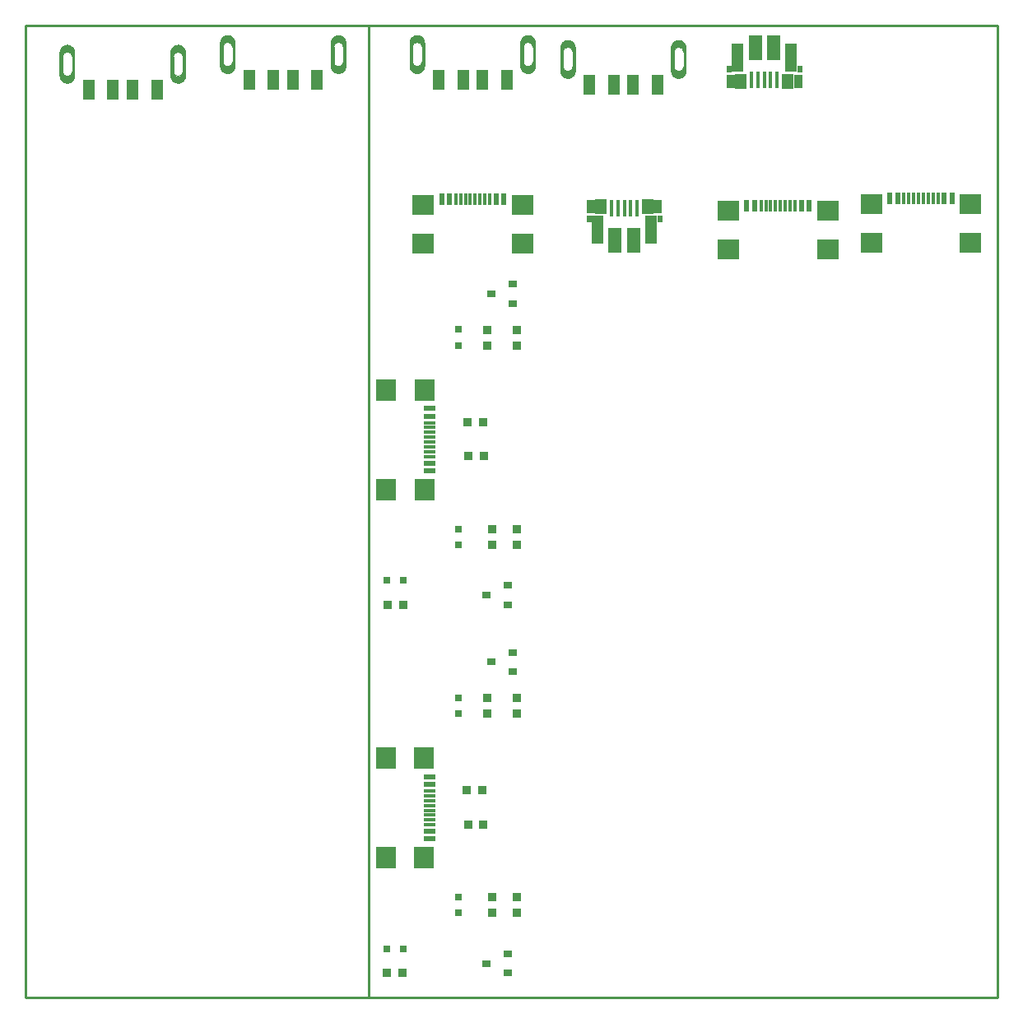
<source format=gtp>
G04*
G04 #@! TF.GenerationSoftware,Altium Limited,CircuitStudio,1.5.2 (1.5.2.30)*
G04*
G04 Layer_Color=7318015*
%FSLAX25Y25*%
%MOIN*%
G70*
G01*
G75*
%ADD10R,0.04724X0.07874*%
%ADD12R,0.02362X0.04528*%
%ADD13R,0.01181X0.04528*%
%ADD14R,0.08583X0.07874*%
%ADD15R,0.03543X0.05512*%
%ADD16R,0.01575X0.06890*%
%ADD17R,0.05512X0.09843*%
%ADD18R,0.03543X0.03543*%
%ADD19R,0.03150X0.03150*%
%ADD20R,0.03543X0.03543*%
%ADD21R,0.03150X0.03150*%
%ADD22R,0.03543X0.03150*%
%ADD23R,0.04528X0.02362*%
%ADD24R,0.04528X0.01181*%
%ADD25R,0.07874X0.08583*%
%ADD27C,0.01000*%
%ADD32C,0.00000*%
%ADD54R,0.05118X0.11614*%
%ADD55R,0.04724X0.06299*%
%ADD56R,0.01969X0.02756*%
%ADD57R,0.01969X0.02756*%
G36*
X182055Y489759D02*
X182219Y489747D01*
X182383Y489725D01*
X182545Y489695D01*
X182705Y489656D01*
X182863Y489610D01*
X183019Y489555D01*
X183171Y489492D01*
X183320Y489421D01*
X183465Y489342D01*
X183605Y489256D01*
X183741Y489162D01*
X183872Y489062D01*
X183997Y488955D01*
X184117Y488841D01*
X184230Y488722D01*
X184337Y488596D01*
X184438Y488465D01*
X184531Y488330D01*
X184617Y488189D01*
X184696Y488044D01*
X184767Y487895D01*
X184830Y487743D01*
X184885Y487587D01*
X184932Y487429D01*
X184970Y487269D01*
X185001Y487107D01*
X185022Y486943D01*
X185035Y486779D01*
X185039Y486614D01*
Y481890D01*
Y477165D01*
X185035Y477001D01*
X185022Y476836D01*
X185001Y476673D01*
X184970Y476510D01*
X184932Y476350D01*
X184885Y476192D01*
X184830Y476037D01*
X184767Y475884D01*
X184696Y475736D01*
X184617Y475591D01*
X184531Y475450D01*
X184438Y475314D01*
X184337Y475183D01*
X184230Y475058D01*
X184117Y474938D01*
X183997Y474825D01*
X183872Y474718D01*
X183741Y474617D01*
X183605Y474524D01*
X183465Y474438D01*
X183320Y474359D01*
X183171Y474288D01*
X183019Y474225D01*
X182863Y474170D01*
X182705Y474123D01*
X182545Y474085D01*
X182383Y474054D01*
X182219Y474033D01*
X182055Y474020D01*
X181890Y474016D01*
X181725Y474020D01*
X181561Y474033D01*
X181397Y474054D01*
X181235Y474085D01*
X181075Y474123D01*
X180917Y474170D01*
X180761Y474225D01*
X180609Y474288D01*
X180460Y474359D01*
X180315Y474438D01*
X180174Y474524D01*
X180038Y474617D01*
X179908Y474718D01*
X179782Y474825D01*
X179663Y474938D01*
X179549Y475058D01*
X179442Y475183D01*
X179342Y475314D01*
X179248Y475450D01*
X179162Y475591D01*
X179083Y475736D01*
X179013Y475884D01*
X178949Y476037D01*
X178894Y476192D01*
X178848Y476350D01*
X178809Y476510D01*
X178779Y476673D01*
X178757Y476836D01*
X178744Y477001D01*
X178740Y477165D01*
Y481890D01*
Y486614D01*
X178744Y486779D01*
X178757Y486943D01*
X178779Y487107D01*
X178809Y487269D01*
X178848Y487429D01*
X178894Y487587D01*
X178949Y487743D01*
X179013Y487895D01*
X179083Y488044D01*
X179162Y488189D01*
X179248Y488330D01*
X179342Y488465D01*
X179442Y488596D01*
X179549Y488722D01*
X179663Y488841D01*
X179782Y488955D01*
X179908Y489062D01*
X180038Y489162D01*
X180174Y489256D01*
X180315Y489342D01*
X180460Y489421D01*
X180609Y489492D01*
X180761Y489555D01*
X180917Y489610D01*
X181075Y489656D01*
X181235Y489695D01*
X181397Y489725D01*
X181561Y489747D01*
X181725Y489759D01*
X181890Y489764D01*
X182055Y489759D01*
D02*
G37*
G36*
X226937D02*
X227101Y489747D01*
X227264Y489725D01*
X227427Y489695D01*
X227587Y489656D01*
X227745Y489610D01*
X227900Y489555D01*
X228053Y489492D01*
X228202Y489421D01*
X228346Y489342D01*
X228487Y489256D01*
X228623Y489162D01*
X228754Y489062D01*
X228879Y488955D01*
X228999Y488841D01*
X229112Y488722D01*
X229219Y488596D01*
X229320Y488465D01*
X229413Y488330D01*
X229499Y488189D01*
X229578Y488044D01*
X229649Y487895D01*
X229712Y487743D01*
X229767Y487587D01*
X229814Y487429D01*
X229852Y487269D01*
X229883Y487107D01*
X229904Y486943D01*
X229917Y486779D01*
X229921Y486614D01*
Y481890D01*
Y477165D01*
X229917Y477001D01*
X229904Y476836D01*
X229883Y476673D01*
X229852Y476510D01*
X229814Y476350D01*
X229767Y476192D01*
X229712Y476037D01*
X229649Y475884D01*
X229578Y475736D01*
X229499Y475591D01*
X229413Y475450D01*
X229320Y475314D01*
X229219Y475183D01*
X229112Y475058D01*
X228999Y474938D01*
X228879Y474825D01*
X228754Y474718D01*
X228623Y474617D01*
X228487Y474524D01*
X228346Y474438D01*
X228202Y474359D01*
X228053Y474288D01*
X227900Y474225D01*
X227745Y474170D01*
X227587Y474123D01*
X227427Y474085D01*
X227264Y474054D01*
X227101Y474033D01*
X226937Y474020D01*
X226772Y474016D01*
X226607Y474020D01*
X226442Y474033D01*
X226279Y474054D01*
X226117Y474085D01*
X225957Y474123D01*
X225798Y474170D01*
X225643Y474225D01*
X225491Y474288D01*
X225342Y474359D01*
X225197Y474438D01*
X225056Y474524D01*
X224920Y474617D01*
X224790Y474718D01*
X224664Y474825D01*
X224545Y474938D01*
X224431Y475058D01*
X224324Y475183D01*
X224224Y475314D01*
X224130Y475450D01*
X224044Y475591D01*
X223965Y475736D01*
X223894Y475884D01*
X223831Y476037D01*
X223776Y476192D01*
X223729Y476350D01*
X223691Y476510D01*
X223661Y476673D01*
X223639Y476836D01*
X223626Y477001D01*
X223622Y477165D01*
Y481890D01*
Y486614D01*
X223626Y486779D01*
X223639Y486943D01*
X223661Y487107D01*
X223691Y487269D01*
X223729Y487429D01*
X223776Y487587D01*
X223831Y487743D01*
X223894Y487895D01*
X223965Y488044D01*
X224044Y488189D01*
X224130Y488330D01*
X224224Y488465D01*
X224324Y488596D01*
X224431Y488722D01*
X224545Y488841D01*
X224664Y488955D01*
X224790Y489062D01*
X224920Y489162D01*
X225056Y489256D01*
X225197Y489342D01*
X225342Y489421D01*
X225491Y489492D01*
X225643Y489555D01*
X225798Y489610D01*
X225957Y489656D01*
X226117Y489695D01*
X226279Y489725D01*
X226442Y489747D01*
X226607Y489759D01*
X226772Y489764D01*
X226937Y489759D01*
D02*
G37*
G36*
X258826D02*
X258991Y489747D01*
X259154Y489725D01*
X259316Y489695D01*
X259477Y489656D01*
X259635Y489610D01*
X259790Y489555D01*
X259943Y489492D01*
X260091Y489421D01*
X260236Y489342D01*
X260377Y489256D01*
X260513Y489162D01*
X260644Y489062D01*
X260769Y488955D01*
X260889Y488841D01*
X261002Y488722D01*
X261109Y488596D01*
X261210Y488465D01*
X261303Y488330D01*
X261389Y488189D01*
X261468Y488044D01*
X261539Y487895D01*
X261602Y487743D01*
X261657Y487587D01*
X261704Y487429D01*
X261742Y487269D01*
X261772Y487107D01*
X261794Y486943D01*
X261807Y486779D01*
X261811Y486614D01*
Y481890D01*
Y477165D01*
X261807Y477001D01*
X261794Y476836D01*
X261772Y476673D01*
X261742Y476510D01*
X261704Y476350D01*
X261657Y476192D01*
X261602Y476037D01*
X261539Y475884D01*
X261468Y475736D01*
X261389Y475591D01*
X261303Y475450D01*
X261210Y475314D01*
X261109Y475183D01*
X261002Y475058D01*
X260889Y474938D01*
X260769Y474825D01*
X260644Y474718D01*
X260513Y474617D01*
X260377Y474524D01*
X260236Y474438D01*
X260091Y474359D01*
X259943Y474288D01*
X259790Y474225D01*
X259635Y474170D01*
X259477Y474123D01*
X259316Y474085D01*
X259154Y474054D01*
X258991Y474033D01*
X258826Y474020D01*
X258661Y474016D01*
X258497Y474020D01*
X258332Y474033D01*
X258169Y474054D01*
X258007Y474085D01*
X257846Y474123D01*
X257688Y474170D01*
X257533Y474225D01*
X257380Y474288D01*
X257231Y474359D01*
X257087Y474438D01*
X256946Y474524D01*
X256810Y474617D01*
X256679Y474718D01*
X256554Y474825D01*
X256434Y474938D01*
X256321Y475058D01*
X256214Y475183D01*
X256113Y475314D01*
X256020Y475450D01*
X255934Y475591D01*
X255855Y475736D01*
X255784Y475884D01*
X255721Y476037D01*
X255666Y476192D01*
X255619Y476350D01*
X255581Y476510D01*
X255551Y476673D01*
X255529Y476836D01*
X255516Y477001D01*
X255512Y477165D01*
Y481890D01*
Y486614D01*
X255516Y486779D01*
X255529Y486943D01*
X255551Y487107D01*
X255581Y487269D01*
X255619Y487429D01*
X255666Y487587D01*
X255721Y487743D01*
X255784Y487895D01*
X255855Y488044D01*
X255934Y488189D01*
X256020Y488330D01*
X256113Y488465D01*
X256214Y488596D01*
X256321Y488722D01*
X256434Y488841D01*
X256554Y488955D01*
X256679Y489062D01*
X256810Y489162D01*
X256946Y489256D01*
X257087Y489342D01*
X257231Y489421D01*
X257380Y489492D01*
X257533Y489555D01*
X257688Y489610D01*
X257846Y489656D01*
X258007Y489695D01*
X258169Y489725D01*
X258332Y489747D01*
X258497Y489759D01*
X258661Y489764D01*
X258826Y489759D01*
D02*
G37*
G36*
X364732Y487791D02*
X364896Y487778D01*
X365060Y487756D01*
X365222Y487726D01*
X365382Y487688D01*
X365540Y487641D01*
X365696Y487586D01*
X365848Y487523D01*
X365997Y487452D01*
X366142Y487373D01*
X366282Y487287D01*
X366418Y487194D01*
X366549Y487093D01*
X366674Y486986D01*
X366794Y486873D01*
X366908Y486753D01*
X367015Y486628D01*
X367115Y486497D01*
X367208Y486361D01*
X367295Y486221D01*
X367373Y486076D01*
X367444Y485927D01*
X367507Y485774D01*
X367562Y485619D01*
X367609Y485461D01*
X367648Y485300D01*
X367678Y485138D01*
X367699Y484975D01*
X367712Y484810D01*
X367717Y484646D01*
Y479921D01*
Y475197D01*
X367712Y475032D01*
X367699Y474868D01*
X367678Y474704D01*
X367648Y474542D01*
X367609Y474382D01*
X367562Y474224D01*
X367507Y474068D01*
X367444Y473916D01*
X367373Y473767D01*
X367295Y473622D01*
X367208Y473482D01*
X367115Y473346D01*
X367015Y473215D01*
X366908Y473089D01*
X366794Y472970D01*
X366674Y472856D01*
X366549Y472749D01*
X366418Y472649D01*
X366282Y472555D01*
X366142Y472469D01*
X365997Y472391D01*
X365848Y472320D01*
X365696Y472256D01*
X365540Y472201D01*
X365382Y472155D01*
X365222Y472116D01*
X365060Y472086D01*
X364896Y472064D01*
X364732Y472052D01*
X364567Y472047D01*
X364402Y472052D01*
X364238Y472064D01*
X364074Y472086D01*
X363912Y472116D01*
X363752Y472155D01*
X363594Y472201D01*
X363438Y472256D01*
X363286Y472320D01*
X363137Y472391D01*
X362992Y472469D01*
X362852Y472555D01*
X362716Y472649D01*
X362585Y472749D01*
X362459Y472856D01*
X362340Y472970D01*
X362226Y473089D01*
X362119Y473215D01*
X362019Y473346D01*
X361925Y473482D01*
X361839Y473622D01*
X361761Y473767D01*
X361690Y473916D01*
X361627Y474068D01*
X361572Y474224D01*
X361525Y474382D01*
X361486Y474542D01*
X361456Y474704D01*
X361435Y474868D01*
X361422Y475032D01*
X361417Y475197D01*
Y479921D01*
Y484646D01*
X361422Y484810D01*
X361435Y484975D01*
X361456Y485138D01*
X361486Y485300D01*
X361525Y485461D01*
X361572Y485619D01*
X361627Y485774D01*
X361690Y485927D01*
X361761Y486076D01*
X361839Y486221D01*
X361925Y486361D01*
X362019Y486497D01*
X362119Y486628D01*
X362226Y486753D01*
X362340Y486873D01*
X362459Y486986D01*
X362585Y487093D01*
X362716Y487194D01*
X362852Y487287D01*
X362992Y487373D01*
X363137Y487452D01*
X363286Y487523D01*
X363438Y487586D01*
X363594Y487641D01*
X363752Y487688D01*
X363912Y487726D01*
X364074Y487756D01*
X364238Y487778D01*
X364402Y487791D01*
X364567Y487795D01*
X364732Y487791D01*
D02*
G37*
G36*
X117094Y485822D02*
X117258Y485810D01*
X117422Y485788D01*
X117584Y485758D01*
X117744Y485719D01*
X117902Y485673D01*
X118058Y485618D01*
X118210Y485555D01*
X118359Y485484D01*
X118504Y485405D01*
X118644Y485319D01*
X118780Y485225D01*
X118911Y485125D01*
X119037Y485018D01*
X119156Y484904D01*
X119270Y484785D01*
X119377Y484659D01*
X119477Y484528D01*
X119571Y484393D01*
X119657Y484252D01*
X119735Y484107D01*
X119806Y483958D01*
X119870Y483806D01*
X119925Y483650D01*
X119971Y483492D01*
X120010Y483332D01*
X120040Y483170D01*
X120062Y483006D01*
X120074Y482842D01*
X120079Y482677D01*
Y477953D01*
Y473228D01*
X120074Y473064D01*
X120062Y472899D01*
X120040Y472736D01*
X120010Y472574D01*
X119971Y472413D01*
X119925Y472255D01*
X119870Y472100D01*
X119806Y471947D01*
X119735Y471799D01*
X119657Y471654D01*
X119571Y471513D01*
X119477Y471377D01*
X119377Y471246D01*
X119270Y471121D01*
X119156Y471001D01*
X119037Y470888D01*
X118911Y470781D01*
X118780Y470680D01*
X118644Y470587D01*
X118504Y470501D01*
X118359Y470422D01*
X118210Y470351D01*
X118058Y470288D01*
X117902Y470233D01*
X117744Y470186D01*
X117584Y470148D01*
X117422Y470118D01*
X117258Y470096D01*
X117094Y470083D01*
X116929Y470079D01*
X116764Y470083D01*
X116600Y470096D01*
X116436Y470118D01*
X116274Y470148D01*
X116114Y470186D01*
X115956Y470233D01*
X115800Y470288D01*
X115648Y470351D01*
X115499Y470422D01*
X115354Y470501D01*
X115214Y470587D01*
X115078Y470680D01*
X114947Y470781D01*
X114822Y470888D01*
X114702Y471001D01*
X114588Y471121D01*
X114481Y471246D01*
X114381Y471377D01*
X114288Y471513D01*
X114201Y471654D01*
X114123Y471799D01*
X114052Y471947D01*
X113989Y472100D01*
X113934Y472255D01*
X113887Y472413D01*
X113848Y472574D01*
X113818Y472736D01*
X113797Y472899D01*
X113784Y473064D01*
X113779Y473228D01*
Y477953D01*
Y482677D01*
X113784Y482842D01*
X113797Y483006D01*
X113818Y483170D01*
X113848Y483332D01*
X113887Y483492D01*
X113934Y483650D01*
X113989Y483806D01*
X114052Y483958D01*
X114123Y484107D01*
X114201Y484252D01*
X114288Y484393D01*
X114381Y484528D01*
X114481Y484659D01*
X114588Y484785D01*
X114702Y484904D01*
X114822Y485018D01*
X114947Y485125D01*
X115078Y485225D01*
X115214Y485319D01*
X115354Y485405D01*
X115499Y485484D01*
X115648Y485555D01*
X115800Y485618D01*
X115956Y485673D01*
X116114Y485719D01*
X116274Y485758D01*
X116436Y485788D01*
X116600Y485810D01*
X116764Y485822D01*
X116929Y485827D01*
X117094Y485822D01*
D02*
G37*
G36*
X161976D02*
X162140Y485810D01*
X162304Y485788D01*
X162466Y485758D01*
X162626Y485719D01*
X162784Y485673D01*
X162940Y485618D01*
X163092Y485555D01*
X163241Y485484D01*
X163386Y485405D01*
X163526Y485319D01*
X163662Y485225D01*
X163793Y485125D01*
X163918Y485018D01*
X164038Y484904D01*
X164152Y484785D01*
X164259Y484659D01*
X164359Y484528D01*
X164453Y484393D01*
X164539Y484252D01*
X164617Y484107D01*
X164688Y483958D01*
X164751Y483806D01*
X164806Y483650D01*
X164853Y483492D01*
X164892Y483332D01*
X164922Y483170D01*
X164943Y483006D01*
X164956Y482842D01*
X164961Y482677D01*
Y477953D01*
Y473228D01*
X164956Y473064D01*
X164943Y472899D01*
X164922Y472736D01*
X164892Y472574D01*
X164853Y472413D01*
X164806Y472255D01*
X164751Y472100D01*
X164688Y471947D01*
X164617Y471799D01*
X164539Y471654D01*
X164453Y471513D01*
X164359Y471377D01*
X164259Y471246D01*
X164152Y471121D01*
X164038Y471001D01*
X163918Y470888D01*
X163793Y470781D01*
X163662Y470680D01*
X163526Y470587D01*
X163386Y470501D01*
X163241Y470422D01*
X163092Y470351D01*
X162940Y470288D01*
X162784Y470233D01*
X162626Y470186D01*
X162466Y470148D01*
X162304Y470118D01*
X162140Y470096D01*
X161976Y470083D01*
X161811Y470079D01*
X161646Y470083D01*
X161482Y470096D01*
X161318Y470118D01*
X161156Y470148D01*
X160996Y470186D01*
X160838Y470233D01*
X160682Y470288D01*
X160530Y470351D01*
X160381Y470422D01*
X160236Y470501D01*
X160096Y470587D01*
X159960Y470680D01*
X159829Y470781D01*
X159704Y470888D01*
X159584Y471001D01*
X159470Y471121D01*
X159363Y471246D01*
X159263Y471377D01*
X159169Y471513D01*
X159083Y471654D01*
X159005Y471799D01*
X158934Y471947D01*
X158871Y472100D01*
X158816Y472255D01*
X158769Y472413D01*
X158730Y472574D01*
X158700Y472736D01*
X158679Y472899D01*
X158666Y473064D01*
X158661Y473228D01*
Y477953D01*
Y482677D01*
X158666Y482842D01*
X158679Y483006D01*
X158700Y483170D01*
X158730Y483332D01*
X158769Y483492D01*
X158816Y483650D01*
X158871Y483806D01*
X158934Y483958D01*
X159005Y484107D01*
X159083Y484252D01*
X159169Y484393D01*
X159263Y484528D01*
X159363Y484659D01*
X159470Y484785D01*
X159584Y484904D01*
X159704Y485018D01*
X159829Y485125D01*
X159960Y485225D01*
X160096Y485319D01*
X160236Y485405D01*
X160381Y485484D01*
X160530Y485555D01*
X160682Y485618D01*
X160838Y485673D01*
X160996Y485719D01*
X161156Y485758D01*
X161318Y485788D01*
X161482Y485810D01*
X161646Y485822D01*
X161811Y485827D01*
X161976Y485822D01*
D02*
G37*
G36*
X319850Y487791D02*
X320014Y487778D01*
X320178Y487756D01*
X320340Y487726D01*
X320500Y487688D01*
X320658Y487641D01*
X320814Y487586D01*
X320966Y487523D01*
X321115Y487452D01*
X321260Y487373D01*
X321400Y487287D01*
X321536Y487194D01*
X321667Y487093D01*
X321793Y486986D01*
X321912Y486873D01*
X322026Y486753D01*
X322133Y486628D01*
X322233Y486497D01*
X322326Y486361D01*
X322413Y486221D01*
X322491Y486076D01*
X322562Y485927D01*
X322625Y485774D01*
X322680Y485619D01*
X322727Y485461D01*
X322766Y485300D01*
X322796Y485138D01*
X322817Y484975D01*
X322830Y484810D01*
X322835Y484646D01*
Y479921D01*
Y475197D01*
X322830Y475032D01*
X322817Y474868D01*
X322796Y474704D01*
X322766Y474542D01*
X322727Y474382D01*
X322680Y474224D01*
X322625Y474068D01*
X322562Y473916D01*
X322491Y473767D01*
X322413Y473622D01*
X322326Y473482D01*
X322233Y473346D01*
X322133Y473215D01*
X322026Y473089D01*
X321912Y472970D01*
X321793Y472856D01*
X321667Y472749D01*
X321536Y472649D01*
X321400Y472555D01*
X321260Y472469D01*
X321115Y472391D01*
X320966Y472320D01*
X320814Y472256D01*
X320658Y472201D01*
X320500Y472155D01*
X320340Y472116D01*
X320178Y472086D01*
X320014Y472064D01*
X319850Y472052D01*
X319685Y472047D01*
X319520Y472052D01*
X319356Y472064D01*
X319192Y472086D01*
X319030Y472116D01*
X318870Y472155D01*
X318712Y472201D01*
X318556Y472256D01*
X318404Y472320D01*
X318255Y472391D01*
X318110Y472469D01*
X317970Y472555D01*
X317834Y472649D01*
X317703Y472749D01*
X317578Y472856D01*
X317458Y472970D01*
X317344Y473089D01*
X317237Y473215D01*
X317137Y473346D01*
X317044Y473482D01*
X316957Y473622D01*
X316879Y473767D01*
X316808Y473916D01*
X316745Y474068D01*
X316690Y474224D01*
X316643Y474382D01*
X316604Y474542D01*
X316574Y474704D01*
X316553Y474868D01*
X316540Y475032D01*
X316535Y475197D01*
Y479921D01*
Y484646D01*
X316540Y484810D01*
X316553Y484975D01*
X316574Y485138D01*
X316604Y485300D01*
X316643Y485461D01*
X316690Y485619D01*
X316745Y485774D01*
X316808Y485927D01*
X316879Y486076D01*
X316957Y486221D01*
X317044Y486361D01*
X317137Y486497D01*
X317237Y486628D01*
X317344Y486753D01*
X317458Y486873D01*
X317578Y486986D01*
X317703Y487093D01*
X317834Y487194D01*
X317970Y487287D01*
X318110Y487373D01*
X318255Y487452D01*
X318404Y487523D01*
X318556Y487586D01*
X318712Y487641D01*
X318870Y487688D01*
X319030Y487726D01*
X319192Y487756D01*
X319356Y487778D01*
X319520Y487791D01*
X319685Y487795D01*
X319850Y487791D01*
D02*
G37*
G36*
X303708Y489759D02*
X303872Y489747D01*
X304036Y489725D01*
X304198Y489695D01*
X304359Y489656D01*
X304517Y489610D01*
X304672Y489555D01*
X304824Y489492D01*
X304973Y489421D01*
X305118Y489342D01*
X305259Y489256D01*
X305395Y489162D01*
X305525Y489062D01*
X305651Y488955D01*
X305770Y488841D01*
X305884Y488722D01*
X305991Y488596D01*
X306091Y488465D01*
X306185Y488330D01*
X306271Y488189D01*
X306350Y488044D01*
X306421Y487895D01*
X306484Y487743D01*
X306539Y487587D01*
X306586Y487429D01*
X306624Y487269D01*
X306654Y487107D01*
X306676Y486943D01*
X306689Y486779D01*
X306693Y486614D01*
Y481890D01*
Y477165D01*
X306689Y477001D01*
X306676Y476836D01*
X306654Y476673D01*
X306624Y476510D01*
X306586Y476350D01*
X306539Y476192D01*
X306484Y476037D01*
X306421Y475884D01*
X306350Y475736D01*
X306271Y475591D01*
X306185Y475450D01*
X306091Y475314D01*
X305991Y475183D01*
X305884Y475058D01*
X305770Y474938D01*
X305651Y474825D01*
X305525Y474718D01*
X305395Y474617D01*
X305259Y474524D01*
X305118Y474438D01*
X304973Y474359D01*
X304824Y474288D01*
X304672Y474225D01*
X304517Y474170D01*
X304359Y474123D01*
X304198Y474085D01*
X304036Y474054D01*
X303872Y474033D01*
X303708Y474020D01*
X303543Y474016D01*
X303379Y474020D01*
X303214Y474033D01*
X303051Y474054D01*
X302888Y474085D01*
X302728Y474123D01*
X302570Y474170D01*
X302415Y474225D01*
X302262Y474288D01*
X302113Y474359D01*
X301969Y474438D01*
X301828Y474524D01*
X301692Y474617D01*
X301561Y474718D01*
X301436Y474825D01*
X301316Y474938D01*
X301203Y475058D01*
X301096Y475183D01*
X300995Y475314D01*
X300902Y475450D01*
X300816Y475591D01*
X300737Y475736D01*
X300666Y475884D01*
X300603Y476037D01*
X300548Y476192D01*
X300501Y476350D01*
X300463Y476510D01*
X300432Y476673D01*
X300411Y476836D01*
X300398Y477001D01*
X300394Y477165D01*
Y481890D01*
Y486614D01*
X300398Y486779D01*
X300411Y486943D01*
X300432Y487107D01*
X300463Y487269D01*
X300501Y487429D01*
X300548Y487587D01*
X300603Y487743D01*
X300666Y487895D01*
X300737Y488044D01*
X300816Y488189D01*
X300902Y488330D01*
X300995Y488465D01*
X301096Y488596D01*
X301203Y488722D01*
X301316Y488841D01*
X301436Y488955D01*
X301561Y489062D01*
X301692Y489162D01*
X301828Y489256D01*
X301969Y489342D01*
X302113Y489421D01*
X302262Y489492D01*
X302415Y489555D01*
X302570Y489610D01*
X302728Y489656D01*
X302888Y489695D01*
X303051Y489725D01*
X303214Y489747D01*
X303379Y489759D01*
X303543Y489764D01*
X303708Y489759D01*
D02*
G37*
%LPC*%
G36*
X226772Y486811D02*
X226669Y486808D01*
X226566Y486800D01*
X226464Y486787D01*
X226362Y486768D01*
X226262Y486744D01*
X226163Y486715D01*
X226066Y486680D01*
X225971Y486641D01*
X225878Y486596D01*
X225787Y486547D01*
X225699Y486493D01*
X225615Y486435D01*
X225533Y486372D01*
X225454Y486305D01*
X225380Y486235D01*
X225309Y486160D01*
X225242Y486081D01*
X225179Y486000D01*
X225121Y485915D01*
X225067Y485827D01*
X225018Y485736D01*
X224973Y485643D01*
X224934Y485548D01*
X224900Y485451D01*
X224870Y485352D01*
X224846Y485252D01*
X224827Y485150D01*
X224814Y485048D01*
X224806Y484945D01*
X224803Y484842D01*
Y481890D01*
Y478937D01*
X224806Y478834D01*
X224814Y478731D01*
X224827Y478629D01*
X224846Y478528D01*
X224870Y478428D01*
X224900Y478329D01*
X224934Y478232D01*
X224973Y478136D01*
X225018Y478043D01*
X225067Y477953D01*
X225121Y477865D01*
X225179Y477780D01*
X225242Y477698D01*
X225309Y477620D01*
X225380Y477545D01*
X225454Y477474D01*
X225533Y477407D01*
X225615Y477344D01*
X225699Y477286D01*
X225787Y477232D01*
X225878Y477183D01*
X225971Y477139D01*
X226066Y477099D01*
X226163Y477065D01*
X226262Y477036D01*
X226362Y477011D01*
X226464Y476993D01*
X226566Y476979D01*
X226669Y476971D01*
X226772Y476968D01*
X226875Y476971D01*
X226977Y476979D01*
X227080Y476993D01*
X227181Y477011D01*
X227281Y477036D01*
X227380Y477065D01*
X227477Y477099D01*
X227572Y477139D01*
X227665Y477183D01*
X227756Y477232D01*
X227844Y477286D01*
X227929Y477344D01*
X228011Y477407D01*
X228089Y477474D01*
X228164Y477545D01*
X228235Y477620D01*
X228302Y477698D01*
X228364Y477780D01*
X228423Y477865D01*
X228476Y477953D01*
X228526Y478043D01*
X228570Y478136D01*
X228609Y478232D01*
X228644Y478329D01*
X228673Y478428D01*
X228697Y478528D01*
X228716Y478629D01*
X228729Y478731D01*
X228737Y478834D01*
X228740Y478937D01*
Y481890D01*
Y484842D01*
X228737Y484945D01*
X228729Y485048D01*
X228716Y485150D01*
X228697Y485252D01*
X228673Y485352D01*
X228644Y485451D01*
X228609Y485548D01*
X228570Y485643D01*
X228526Y485736D01*
X228476Y485827D01*
X228423Y485915D01*
X228364Y486000D01*
X228302Y486081D01*
X228235Y486160D01*
X228164Y486235D01*
X228089Y486305D01*
X228011Y486372D01*
X227929Y486435D01*
X227844Y486493D01*
X227756Y486547D01*
X227665Y486596D01*
X227572Y486641D01*
X227477Y486680D01*
X227380Y486715D01*
X227281Y486744D01*
X227181Y486768D01*
X227080Y486787D01*
X226977Y486800D01*
X226875Y486808D01*
X226772Y486811D01*
D02*
G37*
G36*
X181890D02*
X181787Y486808D01*
X181684Y486800D01*
X181582Y486787D01*
X181481Y486768D01*
X181380Y486744D01*
X181281Y486715D01*
X181184Y486680D01*
X181089Y486641D01*
X180996Y486596D01*
X180905Y486547D01*
X180818Y486493D01*
X180733Y486435D01*
X180651Y486372D01*
X180573Y486305D01*
X180498Y486235D01*
X180427Y486160D01*
X180360Y486081D01*
X180297Y486000D01*
X180239Y485915D01*
X180185Y485827D01*
X180136Y485736D01*
X180092Y485643D01*
X180052Y485548D01*
X180018Y485451D01*
X179988Y485352D01*
X179964Y485252D01*
X179946Y485150D01*
X179932Y485048D01*
X179924Y484945D01*
X179921Y484842D01*
Y481890D01*
Y478937D01*
X179924Y478834D01*
X179932Y478731D01*
X179946Y478629D01*
X179964Y478528D01*
X179988Y478428D01*
X180018Y478329D01*
X180052Y478232D01*
X180092Y478136D01*
X180136Y478043D01*
X180185Y477953D01*
X180239Y477865D01*
X180297Y477780D01*
X180360Y477698D01*
X180427Y477620D01*
X180498Y477545D01*
X180573Y477474D01*
X180651Y477407D01*
X180733Y477344D01*
X180818Y477286D01*
X180905Y477232D01*
X180996Y477183D01*
X181089Y477139D01*
X181184Y477099D01*
X181281Y477065D01*
X181380Y477036D01*
X181481Y477011D01*
X181582Y476993D01*
X181684Y476979D01*
X181787Y476971D01*
X181890Y476968D01*
X181993Y476971D01*
X182096Y476979D01*
X182198Y476993D01*
X182299Y477011D01*
X182399Y477036D01*
X182498Y477065D01*
X182595Y477099D01*
X182690Y477139D01*
X182783Y477183D01*
X182874Y477232D01*
X182962Y477286D01*
X183047Y477344D01*
X183129Y477407D01*
X183207Y477474D01*
X183282Y477545D01*
X183353Y477620D01*
X183420Y477698D01*
X183482Y477780D01*
X183541Y477865D01*
X183595Y477953D01*
X183644Y478043D01*
X183688Y478136D01*
X183728Y478232D01*
X183762Y478329D01*
X183791Y478428D01*
X183815Y478528D01*
X183834Y478629D01*
X183847Y478731D01*
X183856Y478834D01*
X183858Y478937D01*
Y481890D01*
Y484842D01*
X183856Y484945D01*
X183847Y485048D01*
X183834Y485150D01*
X183815Y485252D01*
X183791Y485352D01*
X183762Y485451D01*
X183728Y485548D01*
X183688Y485643D01*
X183644Y485736D01*
X183595Y485827D01*
X183541Y485915D01*
X183482Y486000D01*
X183420Y486081D01*
X183353Y486160D01*
X183282Y486235D01*
X183207Y486305D01*
X183129Y486372D01*
X183047Y486435D01*
X182962Y486493D01*
X182874Y486547D01*
X182783Y486596D01*
X182690Y486641D01*
X182595Y486680D01*
X182498Y486715D01*
X182399Y486744D01*
X182299Y486768D01*
X182198Y486787D01*
X182096Y486800D01*
X181993Y486808D01*
X181890Y486811D01*
D02*
G37*
G36*
X303543D02*
X303440Y486808D01*
X303338Y486800D01*
X303235Y486787D01*
X303134Y486768D01*
X303034Y486744D01*
X302935Y486715D01*
X302838Y486680D01*
X302743Y486641D01*
X302650Y486596D01*
X302559Y486547D01*
X302471Y486493D01*
X302386Y486435D01*
X302305Y486372D01*
X302226Y486305D01*
X302151Y486235D01*
X302080Y486160D01*
X302013Y486081D01*
X301951Y486000D01*
X301892Y485915D01*
X301838Y485827D01*
X301789Y485736D01*
X301745Y485643D01*
X301706Y485548D01*
X301671Y485451D01*
X301642Y485352D01*
X301618Y485252D01*
X301599Y485150D01*
X301586Y485048D01*
X301577Y484945D01*
X301575Y484842D01*
Y481890D01*
Y478937D01*
X301577Y478834D01*
X301586Y478731D01*
X301599Y478629D01*
X301618Y478528D01*
X301642Y478428D01*
X301671Y478329D01*
X301706Y478232D01*
X301745Y478136D01*
X301789Y478043D01*
X301838Y477953D01*
X301892Y477865D01*
X301951Y477780D01*
X302013Y477698D01*
X302080Y477620D01*
X302151Y477545D01*
X302226Y477474D01*
X302305Y477407D01*
X302386Y477344D01*
X302471Y477286D01*
X302559Y477232D01*
X302650Y477183D01*
X302743Y477139D01*
X302838Y477099D01*
X302935Y477065D01*
X303034Y477036D01*
X303134Y477011D01*
X303235Y476993D01*
X303338Y476979D01*
X303440Y476971D01*
X303543Y476968D01*
X303646Y476971D01*
X303749Y476979D01*
X303851Y476993D01*
X303953Y477011D01*
X304053Y477036D01*
X304152Y477065D01*
X304249Y477099D01*
X304344Y477139D01*
X304437Y477183D01*
X304528Y477232D01*
X304615Y477286D01*
X304700Y477344D01*
X304782Y477407D01*
X304860Y477474D01*
X304935Y477545D01*
X305006Y477620D01*
X305073Y477698D01*
X305136Y477780D01*
X305194Y477865D01*
X305248Y477953D01*
X305297Y478043D01*
X305342Y478136D01*
X305381Y478232D01*
X305416Y478329D01*
X305445Y478428D01*
X305469Y478528D01*
X305488Y478629D01*
X305501Y478731D01*
X305509Y478834D01*
X305512Y478937D01*
Y481890D01*
Y484842D01*
X305509Y484945D01*
X305501Y485048D01*
X305488Y485150D01*
X305469Y485252D01*
X305445Y485352D01*
X305416Y485451D01*
X305381Y485548D01*
X305342Y485643D01*
X305297Y485736D01*
X305248Y485827D01*
X305194Y485915D01*
X305136Y486000D01*
X305073Y486081D01*
X305006Y486160D01*
X304935Y486235D01*
X304860Y486305D01*
X304782Y486372D01*
X304700Y486435D01*
X304615Y486493D01*
X304528Y486547D01*
X304437Y486596D01*
X304344Y486641D01*
X304249Y486680D01*
X304152Y486715D01*
X304053Y486744D01*
X303953Y486768D01*
X303851Y486787D01*
X303749Y486800D01*
X303646Y486808D01*
X303543Y486811D01*
D02*
G37*
G36*
X258661D02*
X258558Y486808D01*
X258456Y486800D01*
X258353Y486787D01*
X258252Y486768D01*
X258152Y486744D01*
X258053Y486715D01*
X257956Y486680D01*
X257861Y486641D01*
X257768Y486596D01*
X257677Y486547D01*
X257589Y486493D01*
X257504Y486435D01*
X257423Y486372D01*
X257344Y486305D01*
X257270Y486235D01*
X257199Y486160D01*
X257132Y486081D01*
X257069Y486000D01*
X257011Y485915D01*
X256957Y485827D01*
X256908Y485736D01*
X256863Y485643D01*
X256824Y485548D01*
X256789Y485451D01*
X256760Y485352D01*
X256736Y485252D01*
X256717Y485150D01*
X256704Y485048D01*
X256696Y484945D01*
X256693Y484842D01*
Y481890D01*
Y478937D01*
X256696Y478834D01*
X256704Y478731D01*
X256717Y478629D01*
X256736Y478528D01*
X256760Y478428D01*
X256789Y478329D01*
X256824Y478232D01*
X256863Y478136D01*
X256908Y478043D01*
X256957Y477953D01*
X257011Y477865D01*
X257069Y477780D01*
X257132Y477698D01*
X257199Y477620D01*
X257270Y477545D01*
X257344Y477474D01*
X257423Y477407D01*
X257504Y477344D01*
X257589Y477286D01*
X257677Y477232D01*
X257768Y477183D01*
X257861Y477139D01*
X257956Y477099D01*
X258053Y477065D01*
X258152Y477036D01*
X258252Y477011D01*
X258353Y476993D01*
X258456Y476979D01*
X258558Y476971D01*
X258661Y476968D01*
X258764Y476971D01*
X258867Y476979D01*
X258969Y476993D01*
X259071Y477011D01*
X259171Y477036D01*
X259270Y477065D01*
X259367Y477099D01*
X259462Y477139D01*
X259555Y477183D01*
X259646Y477232D01*
X259734Y477286D01*
X259819Y477344D01*
X259900Y477407D01*
X259979Y477474D01*
X260053Y477545D01*
X260124Y477620D01*
X260191Y477698D01*
X260254Y477780D01*
X260312Y477865D01*
X260366Y477953D01*
X260415Y478043D01*
X260460Y478136D01*
X260499Y478232D01*
X260534Y478329D01*
X260563Y478428D01*
X260587Y478528D01*
X260606Y478629D01*
X260619Y478731D01*
X260627Y478834D01*
X260630Y478937D01*
Y481890D01*
Y484842D01*
X260627Y484945D01*
X260619Y485048D01*
X260606Y485150D01*
X260587Y485252D01*
X260563Y485352D01*
X260534Y485451D01*
X260499Y485548D01*
X260460Y485643D01*
X260415Y485736D01*
X260366Y485827D01*
X260312Y485915D01*
X260254Y486000D01*
X260191Y486081D01*
X260124Y486160D01*
X260053Y486235D01*
X259979Y486305D01*
X259900Y486372D01*
X259819Y486435D01*
X259734Y486493D01*
X259646Y486547D01*
X259555Y486596D01*
X259462Y486641D01*
X259367Y486680D01*
X259270Y486715D01*
X259171Y486744D01*
X259071Y486768D01*
X258969Y486787D01*
X258867Y486800D01*
X258764Y486808D01*
X258661Y486811D01*
D02*
G37*
G36*
X364567Y484842D02*
X364464Y484840D01*
X364361Y484832D01*
X364259Y484818D01*
X364158Y484799D01*
X364057Y484775D01*
X363959Y484746D01*
X363861Y484712D01*
X363766Y484672D01*
X363673Y484628D01*
X363583Y484579D01*
X363495Y484525D01*
X363410Y484467D01*
X363328Y484404D01*
X363250Y484337D01*
X363175Y484266D01*
X363104Y484191D01*
X363037Y484113D01*
X362974Y484031D01*
X362916Y483946D01*
X362862Y483858D01*
X362813Y483768D01*
X362769Y483675D01*
X362729Y483579D01*
X362695Y483482D01*
X362666Y483384D01*
X362641Y483283D01*
X362623Y483182D01*
X362609Y483080D01*
X362601Y482977D01*
X362598Y482874D01*
Y479921D01*
Y476968D01*
X362601Y476865D01*
X362609Y476763D01*
X362623Y476661D01*
X362641Y476559D01*
X362666Y476459D01*
X362695Y476360D01*
X362729Y476263D01*
X362769Y476168D01*
X362813Y476075D01*
X362862Y475984D01*
X362916Y475896D01*
X362974Y475811D01*
X363037Y475730D01*
X363104Y475651D01*
X363175Y475577D01*
X363250Y475506D01*
X363328Y475439D01*
X363410Y475376D01*
X363495Y475318D01*
X363583Y475264D01*
X363673Y475214D01*
X363766Y475170D01*
X363861Y475131D01*
X363959Y475096D01*
X364057Y475067D01*
X364158Y475043D01*
X364259Y475024D01*
X364361Y475011D01*
X364464Y475003D01*
X364567Y475000D01*
X364670Y475003D01*
X364773Y475011D01*
X364875Y475024D01*
X364976Y475043D01*
X365076Y475067D01*
X365175Y475096D01*
X365272Y475131D01*
X365368Y475170D01*
X365461Y475214D01*
X365551Y475264D01*
X365639Y475318D01*
X365724Y475376D01*
X365806Y475439D01*
X365884Y475506D01*
X365959Y475577D01*
X366030Y475651D01*
X366097Y475730D01*
X366160Y475811D01*
X366218Y475896D01*
X366272Y475984D01*
X366321Y476075D01*
X366365Y476168D01*
X366405Y476263D01*
X366439Y476360D01*
X366468Y476459D01*
X366492Y476559D01*
X366511Y476661D01*
X366525Y476763D01*
X366533Y476865D01*
X366535Y476968D01*
Y479921D01*
Y482874D01*
X366533Y482977D01*
X366525Y483080D01*
X366511Y483182D01*
X366492Y483283D01*
X366468Y483384D01*
X366439Y483482D01*
X366405Y483579D01*
X366365Y483675D01*
X366321Y483768D01*
X366272Y483858D01*
X366218Y483946D01*
X366160Y484031D01*
X366097Y484113D01*
X366030Y484191D01*
X365959Y484266D01*
X365884Y484337D01*
X365806Y484404D01*
X365724Y484467D01*
X365639Y484525D01*
X365551Y484579D01*
X365461Y484628D01*
X365368Y484672D01*
X365272Y484712D01*
X365175Y484746D01*
X365076Y484775D01*
X364976Y484799D01*
X364875Y484818D01*
X364773Y484832D01*
X364670Y484840D01*
X364567Y484842D01*
D02*
G37*
G36*
X319685D02*
X319582Y484840D01*
X319479Y484832D01*
X319377Y484818D01*
X319276Y484799D01*
X319176Y484775D01*
X319077Y484746D01*
X318980Y484712D01*
X318884Y484672D01*
X318791Y484628D01*
X318701Y484579D01*
X318613Y484525D01*
X318528Y484467D01*
X318446Y484404D01*
X318368Y484337D01*
X318293Y484266D01*
X318222Y484191D01*
X318155Y484113D01*
X318092Y484031D01*
X318034Y483946D01*
X317980Y483858D01*
X317931Y483768D01*
X317887Y483675D01*
X317847Y483579D01*
X317813Y483482D01*
X317784Y483384D01*
X317759Y483283D01*
X317741Y483182D01*
X317727Y483080D01*
X317719Y482977D01*
X317717Y482874D01*
Y479921D01*
Y476968D01*
X317719Y476865D01*
X317727Y476763D01*
X317741Y476661D01*
X317759Y476559D01*
X317784Y476459D01*
X317813Y476360D01*
X317847Y476263D01*
X317887Y476168D01*
X317931Y476075D01*
X317980Y475984D01*
X318034Y475896D01*
X318092Y475811D01*
X318155Y475730D01*
X318222Y475651D01*
X318293Y475577D01*
X318368Y475506D01*
X318446Y475439D01*
X318528Y475376D01*
X318613Y475318D01*
X318701Y475264D01*
X318791Y475214D01*
X318884Y475170D01*
X318980Y475131D01*
X319077Y475096D01*
X319176Y475067D01*
X319276Y475043D01*
X319377Y475024D01*
X319479Y475011D01*
X319582Y475003D01*
X319685Y475000D01*
X319788Y475003D01*
X319891Y475011D01*
X319993Y475024D01*
X320094Y475043D01*
X320195Y475067D01*
X320293Y475096D01*
X320391Y475131D01*
X320486Y475170D01*
X320579Y475214D01*
X320669Y475264D01*
X320757Y475318D01*
X320842Y475376D01*
X320924Y475439D01*
X321002Y475506D01*
X321077Y475577D01*
X321148Y475651D01*
X321215Y475730D01*
X321278Y475811D01*
X321336Y475896D01*
X321390Y475984D01*
X321439Y476075D01*
X321483Y476168D01*
X321523Y476263D01*
X321557Y476360D01*
X321586Y476459D01*
X321610Y476559D01*
X321629Y476661D01*
X321643Y476763D01*
X321651Y476865D01*
X321654Y476968D01*
Y479921D01*
Y482874D01*
X321651Y482977D01*
X321643Y483080D01*
X321629Y483182D01*
X321610Y483283D01*
X321586Y483384D01*
X321557Y483482D01*
X321523Y483579D01*
X321483Y483675D01*
X321439Y483768D01*
X321390Y483858D01*
X321336Y483946D01*
X321278Y484031D01*
X321215Y484113D01*
X321148Y484191D01*
X321077Y484266D01*
X321002Y484337D01*
X320924Y484404D01*
X320842Y484467D01*
X320757Y484525D01*
X320669Y484579D01*
X320579Y484628D01*
X320486Y484672D01*
X320391Y484712D01*
X320293Y484746D01*
X320195Y484775D01*
X320094Y484799D01*
X319993Y484818D01*
X319891Y484832D01*
X319788Y484840D01*
X319685Y484842D01*
D02*
G37*
G36*
X116929Y482874D02*
X116826Y482871D01*
X116723Y482863D01*
X116621Y482850D01*
X116520Y482831D01*
X116420Y482807D01*
X116321Y482778D01*
X116224Y482743D01*
X116129Y482704D01*
X116035Y482659D01*
X115945Y482610D01*
X115857Y482556D01*
X115772Y482498D01*
X115690Y482435D01*
X115612Y482368D01*
X115537Y482298D01*
X115466Y482223D01*
X115399Y482144D01*
X115337Y482063D01*
X115278Y481978D01*
X115224Y481890D01*
X115175Y481799D01*
X115131Y481706D01*
X115091Y481611D01*
X115057Y481514D01*
X115028Y481415D01*
X115004Y481315D01*
X114985Y481214D01*
X114971Y481111D01*
X114963Y481008D01*
X114961Y480905D01*
Y477953D01*
Y475000D01*
X114963Y474897D01*
X114971Y474794D01*
X114985Y474692D01*
X115004Y474591D01*
X115028Y474490D01*
X115057Y474392D01*
X115091Y474295D01*
X115131Y474199D01*
X115175Y474106D01*
X115224Y474016D01*
X115278Y473928D01*
X115337Y473843D01*
X115399Y473761D01*
X115466Y473683D01*
X115537Y473608D01*
X115612Y473537D01*
X115690Y473470D01*
X115772Y473407D01*
X115857Y473349D01*
X115945Y473295D01*
X116035Y473246D01*
X116129Y473202D01*
X116224Y473162D01*
X116321Y473128D01*
X116420Y473099D01*
X116520Y473074D01*
X116621Y473056D01*
X116723Y473042D01*
X116826Y473034D01*
X116929Y473032D01*
X117032Y473034D01*
X117135Y473042D01*
X117237Y473056D01*
X117338Y473074D01*
X117439Y473099D01*
X117537Y473128D01*
X117635Y473162D01*
X117730Y473202D01*
X117823Y473246D01*
X117913Y473295D01*
X118001Y473349D01*
X118086Y473407D01*
X118168Y473470D01*
X118246Y473537D01*
X118321Y473608D01*
X118392Y473683D01*
X118459Y473761D01*
X118522Y473843D01*
X118580Y473928D01*
X118634Y474016D01*
X118683Y474106D01*
X118727Y474199D01*
X118767Y474295D01*
X118801Y474392D01*
X118831Y474490D01*
X118855Y474591D01*
X118873Y474692D01*
X118887Y474794D01*
X118895Y474897D01*
X118898Y475000D01*
Y477953D01*
Y480905D01*
X118895Y481008D01*
X118887Y481111D01*
X118873Y481214D01*
X118855Y481315D01*
X118831Y481415D01*
X118801Y481514D01*
X118767Y481611D01*
X118727Y481706D01*
X118683Y481799D01*
X118634Y481890D01*
X118580Y481978D01*
X118522Y482063D01*
X118459Y482144D01*
X118392Y482223D01*
X118321Y482298D01*
X118246Y482368D01*
X118168Y482435D01*
X118086Y482498D01*
X118001Y482556D01*
X117913Y482610D01*
X117823Y482659D01*
X117730Y482704D01*
X117635Y482743D01*
X117537Y482778D01*
X117439Y482807D01*
X117338Y482831D01*
X117237Y482850D01*
X117135Y482863D01*
X117032Y482871D01*
X116929Y482874D01*
D02*
G37*
G36*
X161811D02*
X161708Y482871D01*
X161605Y482863D01*
X161503Y482850D01*
X161402Y482831D01*
X161302Y482807D01*
X161203Y482778D01*
X161106Y482743D01*
X161010Y482704D01*
X160917Y482659D01*
X160827Y482610D01*
X160739Y482556D01*
X160654Y482498D01*
X160572Y482435D01*
X160494Y482368D01*
X160419Y482298D01*
X160348Y482223D01*
X160281Y482144D01*
X160219Y482063D01*
X160160Y481978D01*
X160106Y481890D01*
X160057Y481799D01*
X160013Y481706D01*
X159973Y481611D01*
X159939Y481514D01*
X159910Y481415D01*
X159886Y481315D01*
X159867Y481214D01*
X159853Y481111D01*
X159845Y481008D01*
X159843Y480905D01*
Y477953D01*
Y475000D01*
X159845Y474897D01*
X159853Y474794D01*
X159867Y474692D01*
X159886Y474591D01*
X159910Y474490D01*
X159939Y474392D01*
X159973Y474295D01*
X160013Y474199D01*
X160057Y474106D01*
X160106Y474016D01*
X160160Y473928D01*
X160219Y473843D01*
X160281Y473761D01*
X160348Y473683D01*
X160419Y473608D01*
X160494Y473537D01*
X160572Y473470D01*
X160654Y473407D01*
X160739Y473349D01*
X160827Y473295D01*
X160917Y473246D01*
X161010Y473202D01*
X161106Y473162D01*
X161203Y473128D01*
X161302Y473099D01*
X161402Y473074D01*
X161503Y473056D01*
X161605Y473042D01*
X161708Y473034D01*
X161811Y473032D01*
X161914Y473034D01*
X162017Y473042D01*
X162119Y473056D01*
X162220Y473074D01*
X162320Y473099D01*
X162419Y473128D01*
X162516Y473162D01*
X162612Y473202D01*
X162705Y473246D01*
X162795Y473295D01*
X162883Y473349D01*
X162968Y473407D01*
X163050Y473470D01*
X163128Y473537D01*
X163203Y473608D01*
X163274Y473683D01*
X163341Y473761D01*
X163404Y473843D01*
X163462Y473928D01*
X163516Y474016D01*
X163565Y474106D01*
X163609Y474199D01*
X163649Y474295D01*
X163683Y474392D01*
X163712Y474490D01*
X163736Y474591D01*
X163755Y474692D01*
X163769Y474794D01*
X163777Y474897D01*
X163779Y475000D01*
Y477953D01*
Y480905D01*
X163777Y481008D01*
X163769Y481111D01*
X163755Y481214D01*
X163736Y481315D01*
X163712Y481415D01*
X163683Y481514D01*
X163649Y481611D01*
X163609Y481706D01*
X163565Y481799D01*
X163516Y481890D01*
X163462Y481978D01*
X163404Y482063D01*
X163341Y482144D01*
X163274Y482223D01*
X163203Y482298D01*
X163128Y482368D01*
X163050Y482435D01*
X162968Y482498D01*
X162883Y482556D01*
X162795Y482610D01*
X162705Y482659D01*
X162612Y482704D01*
X162516Y482743D01*
X162419Y482778D01*
X162320Y482807D01*
X162220Y482831D01*
X162119Y482850D01*
X162017Y482863D01*
X161914Y482871D01*
X161811Y482874D01*
D02*
G37*
%LPD*%
D10*
X125591Y467717D02*
D03*
X135433D02*
D03*
X143307D02*
D03*
X153150D02*
D03*
X355906Y469685D02*
D03*
X346063D02*
D03*
X338189D02*
D03*
X328346D02*
D03*
X190551Y471654D02*
D03*
X200394D02*
D03*
X208268D02*
D03*
X218110D02*
D03*
X294882D02*
D03*
X285039D02*
D03*
X277165D02*
D03*
X267323D02*
D03*
D12*
X450000Y423524D02*
D03*
X453150D02*
D03*
X472047D02*
D03*
X475197D02*
D03*
X392126Y420768D02*
D03*
X395276D02*
D03*
X414173D02*
D03*
X417323D02*
D03*
X268504Y423130D02*
D03*
X271654D02*
D03*
X290551D02*
D03*
X293701D02*
D03*
D13*
X455709Y423524D02*
D03*
X469488D02*
D03*
X457677D02*
D03*
X467520D02*
D03*
X459646D02*
D03*
X465551D02*
D03*
X461614D02*
D03*
X463583D02*
D03*
X397835Y420768D02*
D03*
X411614D02*
D03*
X399803D02*
D03*
X409646D02*
D03*
X401772D02*
D03*
X407677D02*
D03*
X403740D02*
D03*
X405709D02*
D03*
X274213Y423130D02*
D03*
X287992D02*
D03*
X276181D02*
D03*
X286024D02*
D03*
X278150D02*
D03*
X284055D02*
D03*
X280118D02*
D03*
X282087D02*
D03*
D14*
X442480Y421260D02*
D03*
X482717D02*
D03*
X442480Y405787D02*
D03*
X482717D02*
D03*
X384606Y418504D02*
D03*
X424843D02*
D03*
X384606Y403031D02*
D03*
X424843D02*
D03*
X260984Y420866D02*
D03*
X301220D02*
D03*
X260984Y405394D02*
D03*
X301220D02*
D03*
D15*
X412894Y470965D02*
D03*
X385630D02*
D03*
X328839Y420374D02*
D03*
X356102D02*
D03*
D16*
X404331Y471654D02*
D03*
X401772D02*
D03*
X399213D02*
D03*
X396654D02*
D03*
X394094D02*
D03*
X337402Y419685D02*
D03*
X339961D02*
D03*
X342520D02*
D03*
X345079D02*
D03*
X347638D02*
D03*
D17*
X395472Y484744D02*
D03*
X402953D02*
D03*
X346260Y406595D02*
D03*
X338779D02*
D03*
D18*
X246457Y109847D02*
D03*
X252756D02*
D03*
X279134Y170083D02*
D03*
X285433D02*
D03*
X278740Y183862D02*
D03*
X285039D02*
D03*
X278838Y332977D02*
D03*
X285138D02*
D03*
X279232Y319197D02*
D03*
X285532D02*
D03*
X246555Y258961D02*
D03*
X252854D02*
D03*
D19*
X252854Y119685D02*
D03*
X246358D02*
D03*
X252953Y268799D02*
D03*
X246457D02*
D03*
D20*
X287012Y221260D02*
D03*
Y214961D02*
D03*
X298823Y221260D02*
D03*
Y214961D02*
D03*
X288972Y134252D02*
D03*
Y140551D02*
D03*
X298815Y134252D02*
D03*
Y140551D02*
D03*
X289071Y283366D02*
D03*
Y289666D02*
D03*
X298913Y283366D02*
D03*
Y289666D02*
D03*
X287110Y370374D02*
D03*
Y364075D02*
D03*
X298921Y370374D02*
D03*
Y364075D02*
D03*
D21*
X275295Y221358D02*
D03*
Y214862D02*
D03*
X275197Y134153D02*
D03*
Y140650D02*
D03*
X275295Y283268D02*
D03*
Y289764D02*
D03*
X275394Y370472D02*
D03*
Y363976D02*
D03*
D22*
X288583Y235827D02*
D03*
X297244Y239764D02*
D03*
Y231890D02*
D03*
X286614Y113779D02*
D03*
X295276Y117717D02*
D03*
Y109843D02*
D03*
X286713Y262894D02*
D03*
X295374Y266831D02*
D03*
Y258957D02*
D03*
X288681Y384941D02*
D03*
X297342Y388878D02*
D03*
Y381004D02*
D03*
D23*
X263681Y189370D02*
D03*
Y186221D02*
D03*
Y167323D02*
D03*
Y164173D02*
D03*
X263779Y338484D02*
D03*
Y335335D02*
D03*
Y316437D02*
D03*
Y313287D02*
D03*
D24*
X263681Y183661D02*
D03*
Y169882D02*
D03*
Y181693D02*
D03*
Y171850D02*
D03*
Y179724D02*
D03*
Y173819D02*
D03*
Y177756D02*
D03*
Y175787D02*
D03*
X263779Y332776D02*
D03*
Y318996D02*
D03*
Y330807D02*
D03*
Y320965D02*
D03*
Y328839D02*
D03*
Y322933D02*
D03*
Y326870D02*
D03*
Y324902D02*
D03*
D25*
X261417Y196890D02*
D03*
Y156653D02*
D03*
X245945Y196890D02*
D03*
Y156653D02*
D03*
X261516Y346004D02*
D03*
Y305768D02*
D03*
X246043Y346004D02*
D03*
Y305768D02*
D03*
D27*
X100000Y100000D02*
X493701D01*
Y493701D01*
X100000D02*
X493701D01*
X100000Y100000D02*
Y493701D01*
X238976Y100000D02*
Y493701D01*
D32*
X161811Y473032D02*
G03*
X163779Y475000I0J1969D01*
G01*
X159843D02*
G03*
X161811Y473032I1969J0D01*
G01*
Y482874D02*
G03*
X159843Y480905I0J-1969D01*
G01*
X163779D02*
G03*
X161811Y482874I-1969J0D01*
G01*
X116929Y473032D02*
G03*
X118898Y475000I0J1969D01*
G01*
X114961D02*
G03*
X116929Y473032I1969J0D01*
G01*
Y482874D02*
G03*
X114961Y480905I0J-1969D01*
G01*
X118898D02*
G03*
X116929Y482874I-1969J0D01*
G01*
X321654D02*
G03*
X319685Y484842I-1969J0D01*
G01*
D02*
G03*
X317717Y482874I0J-1969D01*
G01*
Y476968D02*
G03*
X319685Y475000I1969J0D01*
G01*
D02*
G03*
X321654Y476968I0J1969D01*
G01*
X366535Y482874D02*
G03*
X364567Y484842I-1969J0D01*
G01*
D02*
G03*
X362598Y482874I0J-1969D01*
G01*
Y476968D02*
G03*
X364567Y475000I1969J0D01*
G01*
D02*
G03*
X366535Y476968I0J1969D01*
G01*
X226772D02*
G03*
X228740Y478937I0J1969D01*
G01*
X224803D02*
G03*
X226772Y476968I1969J0D01*
G01*
Y486811D02*
G03*
X224803Y484842I0J-1969D01*
G01*
X228740D02*
G03*
X226772Y486811I-1969J0D01*
G01*
X181890Y476968D02*
G03*
X183858Y478937I0J1969D01*
G01*
X179921D02*
G03*
X181890Y476968I1969J0D01*
G01*
Y486811D02*
G03*
X179921Y484842I0J-1969D01*
G01*
X183858D02*
G03*
X181890Y486811I-1969J0D01*
G01*
X260630Y484842D02*
G03*
X258661Y486811I-1969J0D01*
G01*
D02*
G03*
X256693Y484842I0J-1969D01*
G01*
Y478937D02*
G03*
X258661Y476968I1969J0D01*
G01*
D02*
G03*
X260630Y478937I0J1969D01*
G01*
X305512Y484842D02*
G03*
X303543Y486811I-1969J0D01*
G01*
D02*
G03*
X301575Y484842I0J-1969D01*
G01*
Y478937D02*
G03*
X303543Y476968I1969J0D01*
G01*
D02*
G03*
X305512Y478937I0J1969D01*
G01*
X159843Y475000D02*
Y480905D01*
X163779Y475000D02*
Y480905D01*
X114961Y475000D02*
Y480905D01*
X118898Y475000D02*
Y480905D01*
X321654Y476968D02*
Y482874D01*
X317717Y476968D02*
Y482874D01*
X366535Y476968D02*
Y482874D01*
X362598Y476968D02*
Y482874D01*
X224803Y478937D02*
Y484842D01*
X228740Y478937D02*
Y484842D01*
X179921Y478937D02*
Y484842D01*
X183858Y478937D02*
Y484842D01*
X260630Y478937D02*
Y484842D01*
X256693Y478937D02*
Y484842D01*
X305512Y478937D02*
Y484842D01*
X301575Y478937D02*
Y484842D01*
D54*
X388386Y480512D02*
D03*
X410039Y480512D02*
D03*
X353346Y410827D02*
D03*
X331693Y410827D02*
D03*
D55*
X389665Y470965D02*
D03*
X408760D02*
D03*
X352067Y420374D02*
D03*
X332972D02*
D03*
D56*
X413583Y476083D02*
D03*
X328150Y415256D02*
D03*
D57*
X384842Y476083D02*
D03*
X356890Y415256D02*
D03*
M02*

</source>
